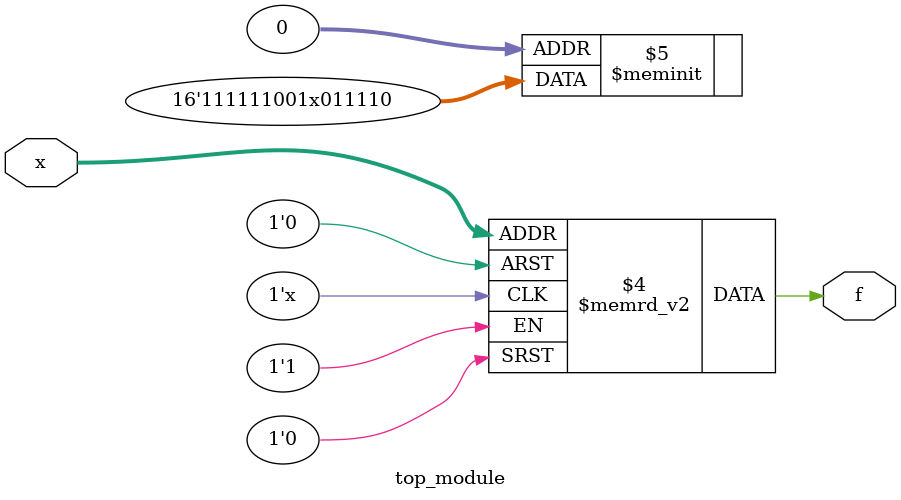
<source format=sv>
module top_module (
    input [4:1] x,
    output logic f
);

always_comb begin
    case ({x[4], x[3], x[2], x[1]})
        4'b0000, 4'b0101, 4'b1000, 4'b1001: f = 1'b0;
        4'b0011, 4'b0111, 4'b1010, 4'b1011: f = 1'b1;
        4'b0001, 4'b0010, 4'b0100, 4'b1100, 4'b1101, 4'b1110, 4'b1111: f = 1'b1; // Don't care cases
    endcase
end

endmodule

</source>
